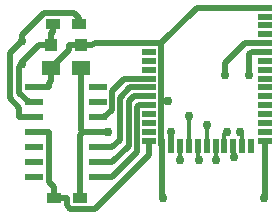
<source format=gbr>
G04 #@! TF.FileFunction,Copper,L1,Top,Signal*
%FSLAX46Y46*%
G04 Gerber Fmt 4.6, Leading zero omitted, Abs format (unit mm)*
G04 Created by KiCad (PCBNEW 4.0.6-e0-6349~53~ubuntu16.04.1) date Mon Sep  4 23:14:24 2017*
%MOMM*%
%LPD*%
G01*
G04 APERTURE LIST*
%ADD10C,0.100000*%
%ADD11R,1.500000X1.250000*%
%ADD12R,1.200000X0.900000*%
%ADD13R,1.200000X0.500000*%
%ADD14R,0.500000X1.200000*%
%ADD15R,1.500000X0.600000*%
%ADD16R,1.000000X1.000000*%
%ADD17C,0.762000*%
%ADD18C,0.508000*%
%ADD19C,0.304800*%
G04 APERTURE END LIST*
D10*
D11*
X6203000Y11049000D03*
X3703000Y11049000D03*
D12*
X6053000Y14732000D03*
X3853000Y14732000D03*
X6137000Y0D03*
X3937000Y0D03*
D13*
X21791000Y16137000D03*
X21791000Y15387000D03*
X21791000Y14637000D03*
X21791000Y13887000D03*
X21791000Y13137000D03*
X21791000Y12387000D03*
X21791000Y11637000D03*
X21791000Y10887000D03*
X21791000Y10137000D03*
X21791000Y9387000D03*
X21791000Y8637000D03*
X21791000Y7887000D03*
X21791000Y7137000D03*
X21791000Y6387000D03*
X21791000Y5637000D03*
X21791000Y4887000D03*
D14*
X20641000Y4437000D03*
X19891000Y4437000D03*
X19141000Y4437000D03*
X18391000Y4437000D03*
X17641000Y4437000D03*
X16891000Y4437000D03*
X16141000Y4437000D03*
X15391000Y4437000D03*
X14641000Y4437000D03*
X13891000Y4437000D03*
X13141000Y4437000D03*
D13*
X11991000Y4887000D03*
X11991000Y5637000D03*
X11991000Y6387000D03*
X11991000Y7137000D03*
X11991000Y7887000D03*
X11991000Y8637000D03*
X11991000Y9387000D03*
X11991000Y10137000D03*
X11991000Y10887000D03*
X11991000Y11637000D03*
X11991000Y12387000D03*
X11991000Y13137000D03*
D15*
X7653000Y1778000D03*
X7653000Y3048000D03*
X7653000Y4318000D03*
X7653000Y5588000D03*
X7653000Y6858000D03*
X7653000Y8128000D03*
X7653000Y9398000D03*
X2253000Y9398000D03*
X2253000Y8128000D03*
X2253000Y6858000D03*
X2253000Y5588000D03*
X2253000Y4318000D03*
X2253000Y3048000D03*
X2253000Y1778000D03*
D16*
X3703000Y12954000D03*
X6203000Y12954000D03*
D17*
X8551657Y5588000D03*
X13843000Y5588000D03*
X13589000Y8255000D03*
X13208000Y0D03*
X21717000Y0D03*
X1270000Y13335000D03*
X1253838Y11383282D03*
X15391000Y6961000D03*
X16891000Y6223000D03*
X18631700Y5612300D03*
X19665000Y5613700D03*
X19177000Y3505200D03*
X16268200Y3229900D03*
X17641000Y3264700D03*
X14641000Y3216500D03*
X20475827Y10409177D03*
X18413086Y10425167D03*
D18*
X7653000Y5588000D02*
X8551657Y5588000D01*
X13886000Y5545000D02*
X13843000Y5588000D01*
X13891000Y5545000D02*
X13886000Y5545000D01*
X6137000Y5330000D02*
X6395000Y5588000D01*
X6137000Y0D02*
X6137000Y5330000D01*
X6203000Y5780000D02*
X6395000Y5588000D01*
X6203000Y11049000D02*
X6203000Y5780000D01*
X6395000Y5588000D02*
X7653000Y5588000D01*
X13891000Y4437000D02*
X13891000Y5545000D01*
X13030000Y8255000D02*
X13589000Y8255000D01*
X13030000Y8255000D02*
X13030000Y7874000D01*
X13030000Y4547800D02*
X13030000Y8255000D01*
X13030000Y8255000D02*
X13030000Y13137000D01*
X13141000Y67000D02*
X13208000Y0D01*
X13141000Y4437000D02*
X13141000Y67000D01*
X21791000Y74000D02*
X21717000Y0D01*
X21791000Y4887000D02*
X21791000Y74000D01*
X7394000Y13137000D02*
X7211000Y12954000D01*
X11991000Y13137000D02*
X7394000Y13137000D01*
X5195000Y12541000D02*
X3703000Y11049000D01*
X5195000Y12954000D02*
X5195000Y12541000D01*
X3511000Y9724000D02*
X3703000Y9916000D01*
X3511000Y9398000D02*
X3511000Y9724000D01*
X6203000Y12954000D02*
X5195000Y12954000D01*
X6203000Y12954000D02*
X7211000Y12954000D01*
X2253000Y9398000D02*
X3511000Y9398000D01*
X13141000Y4437000D02*
X13030000Y4547800D01*
X11991000Y13137000D02*
X13030000Y13137000D01*
X16030000Y16137000D02*
X21791000Y16137000D01*
X13030000Y13137000D02*
X16030000Y16137000D01*
X3703000Y11049000D02*
X3703000Y9916000D01*
X6053000Y14732000D02*
X6053000Y15277818D01*
X6053000Y15277818D02*
X5663067Y15667751D01*
X5663067Y15667751D02*
X4598179Y15667751D01*
X4593064Y15662636D02*
X3116736Y15662636D01*
X4598179Y15667751D02*
X4593064Y15662636D01*
X1270000Y13815900D02*
X1270000Y13335000D01*
X3116736Y15662636D02*
X1270000Y13815900D01*
X203000Y12268200D02*
X1270000Y13335000D01*
X203000Y8457800D02*
X203000Y12268200D01*
X995000Y7665900D02*
X203000Y8457800D01*
X995000Y6858000D02*
X995000Y7665900D01*
X2253000Y6858000D02*
X995000Y6858000D01*
X1253838Y11512838D02*
X1253838Y11383282D01*
X2695000Y12954000D02*
X1253838Y11512838D01*
X1803000Y8128000D02*
X995000Y8936000D01*
X2253000Y8128000D02*
X1803000Y8128000D01*
X995000Y11124444D02*
X1253838Y11383282D01*
X3703000Y12954000D02*
X2695000Y12954000D01*
X995000Y8936000D02*
X995000Y11124444D01*
X3853000Y14112000D02*
X3703000Y13962000D01*
X3853000Y14732000D02*
X3853000Y14112000D01*
X3703000Y12954000D02*
X3703000Y13962000D01*
X3937000Y0D02*
X5045000Y0D01*
X5045000Y0D02*
X5045000Y-583500D01*
X5045000Y-583500D02*
X5350500Y-889000D01*
X5350500Y-889000D02*
X7392525Y-889000D01*
X7392525Y-889000D02*
X11991000Y3709475D01*
X11991000Y3709475D02*
X11991000Y4887000D01*
X3511000Y1384000D02*
X3937000Y958000D01*
X3511000Y5588000D02*
X3511000Y1384000D01*
X2253000Y5588000D02*
X3511000Y5588000D01*
X3937000Y0D02*
X3937000Y958000D01*
D19*
X15391000Y4437000D02*
X15391000Y6961000D01*
X16891000Y4437000D02*
X16891000Y6223000D01*
X18391000Y4437000D02*
X18391000Y5443400D01*
X18462800Y5443400D02*
X18631700Y5612300D01*
X18391000Y5443400D02*
X18462800Y5443400D01*
X19891000Y4437000D02*
X19891000Y5443400D01*
X19835300Y5443400D02*
X19665000Y5613700D01*
X19891000Y5443400D02*
X19835300Y5443400D01*
X19177000Y4401000D02*
X19141000Y4437000D01*
X19177000Y3505200D02*
X19177000Y4401000D01*
X16141000Y3357100D02*
X16268200Y3229900D01*
X16141000Y4437000D02*
X16141000Y3357100D01*
D18*
X7653000Y1778000D02*
X8829824Y1778000D01*
X10959199Y3907375D02*
X10959199Y7732199D01*
X10959199Y7732199D02*
X11114000Y7887000D01*
X11114000Y7887000D02*
X11991000Y7887000D01*
X8829824Y1778000D02*
X10959199Y3907375D01*
X7653000Y3048000D02*
X8911000Y3048000D01*
X8911000Y3048000D02*
X10273388Y4410388D01*
X10273388Y4410388D02*
X10273388Y8016513D01*
X10273388Y8016513D02*
X10277136Y8020261D01*
X10277136Y8020261D02*
X10277136Y8198933D01*
X10277136Y8198933D02*
X10715203Y8637000D01*
X10715203Y8637000D02*
X10883000Y8637000D01*
X10883000Y8637000D02*
X11991000Y8637000D01*
X7653000Y4318000D02*
X8911000Y4318000D01*
X8911000Y4318000D02*
X9516578Y4923578D01*
X9516578Y4923578D02*
X9516578Y7194453D01*
X9520612Y7198487D02*
X9520612Y8507190D01*
X9516578Y7194453D02*
X9520612Y7198487D01*
X9520612Y8507190D02*
X10400422Y9387000D01*
X10400422Y9387000D02*
X11991000Y9387000D01*
X9914516Y10137000D02*
X10883000Y10137000D01*
X10883000Y10137000D02*
X11991000Y10137000D01*
X8834801Y9057285D02*
X9914516Y10137000D01*
X8210242Y6858000D02*
X8834801Y7482559D01*
X7653000Y6858000D02*
X8210242Y6858000D01*
X8834801Y7482559D02*
X8834801Y9057285D01*
D19*
X17641000Y4437000D02*
X17641000Y3264700D01*
X14641000Y4437000D02*
X14641000Y3216500D01*
D18*
X20475827Y10947992D02*
X20475827Y10409177D01*
X20475827Y12179827D02*
X20475827Y10947992D01*
X21791000Y12387000D02*
X20683000Y12387000D01*
X20683000Y12387000D02*
X20475827Y12179827D01*
X18413086Y10963982D02*
X18413086Y10425167D01*
X18413086Y11428086D02*
X18413086Y10963982D01*
X20122000Y13137000D02*
X18413086Y11428086D01*
X21791000Y13137000D02*
X20122000Y13137000D01*
M02*

</source>
